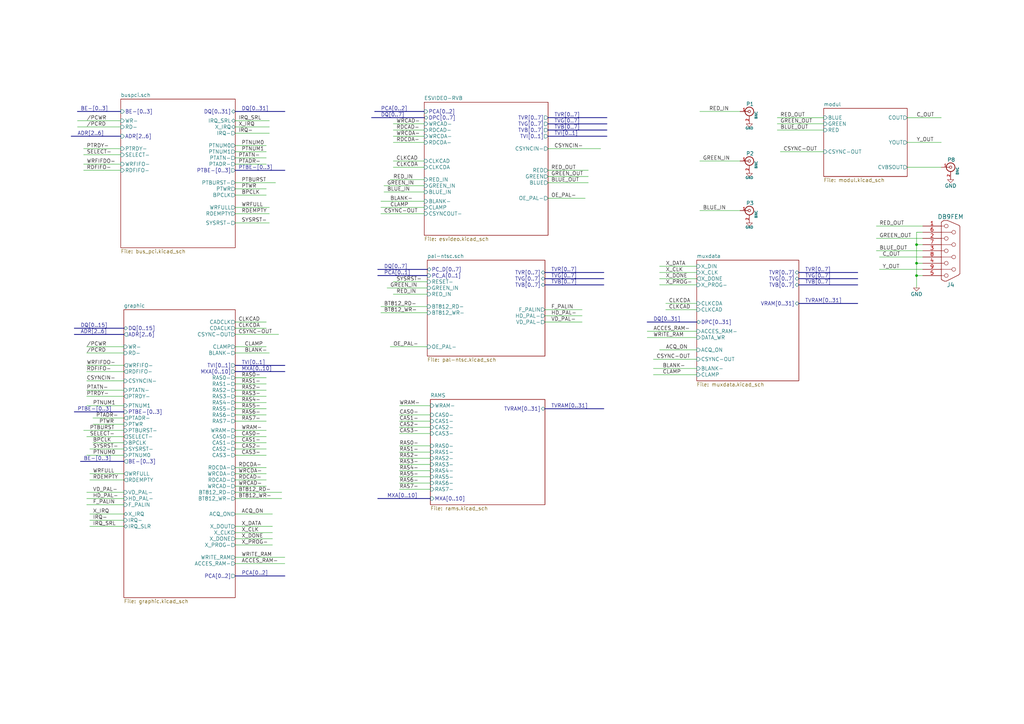
<source format=kicad_sch>
(kicad_sch (version 20210406) (generator eeschema)
  (paper "A3")
  (title_block (title "Video") (date "Sun 22 Mar 2015") (rev "2.0B") (company "Kicad EDA") (comment 1 "Main sheet"))
  (lib_symbols
    (symbol "video_schlib:BNC" (pin_names (offset 1.016) hide)
      (property "Reference" "P" (at 0.254 3.048 0))
      (property "Value" "BNC" (at 2.794 -1.524 90))
      (symbol "BNC_0_1"
        (circle (center 0 0) (radius 0.508) (stroke (width 0.2032)))
        (circle (center 0 0) (radius 1.778) (stroke (width 0.3048)))
      )
      (symbol "BNC_1_1"
        (pin passive line (at -3.81 0 0) (length 3.302) (name "In") (number "1"))
        (pin passive line (at 0 -5.08 90) (length 3.302) (name "Ext") (number "2"))
      )
    )
    (symbol "video_schlib:DB9" (pin_names (offset 1.016) hide)
      (property "Reference" "J" (at 0 13.97 0))
      (property "Value" "DB9" (at 0 -13.97 0))
      (symbol "DB9_0_1"
        (circle (center -1.778 -10.16) (radius 0.762))
        (circle (center -1.778 -5.08) (radius 0.762))
        (circle (center -1.778 0) (radius 0.762))
        (circle (center -1.778 5.08) (radius 0.762))
        (circle (center -1.778 10.16) (radius 0.762))
        (circle (center 1.27 -7.62) (radius 0.762))
        (circle (center 1.27 -2.54) (radius 0.762))
        (circle (center 1.27 2.54) (radius 0.762))
        (circle (center 1.27 7.62) (radius 0.762))
        (polyline (pts (xy -3.81 -11.684) (xy -3.81 11.684)) (stroke (width 0.2032)))
        (polyline (pts (xy -3.81 -11.6586) (xy -3.556 -11.938)) (stroke (width 0.2032)))
        (polyline (pts (xy -3.81 -10.16) (xy -2.54 -10.16)))
        (polyline (pts (xy -3.81 -7.62) (xy 0.508 -7.62)))
        (polyline (pts (xy -3.81 -5.08) (xy -2.54 -5.08)))
        (polyline (pts (xy -3.81 -2.54) (xy 0.508 -2.54)))
        (polyline (pts (xy -3.81 0) (xy -2.54 0)))
        (polyline (pts (xy -3.81 2.54) (xy 0.508 2.54)))
        (polyline (pts (xy -3.81 5.08) (xy -2.54 5.08)))
        (polyline (pts (xy -3.81 7.62) (xy 0.508 7.62)))
        (polyline (pts (xy -3.81 10.16) (xy -2.54 10.16)))
        (polyline (pts (xy -3.556 -11.938) (xy -2.794 -12.446)) (stroke (width 0.2032)))
        (polyline (pts (xy -3.556 11.938) (xy -3.81 11.684)) (stroke (width 0.2032)))
        (polyline (pts (xy -3.556 11.938) (xy -2.54 12.446)) (stroke (width 0.2032)))
        (polyline (pts (xy -2.794 -12.446) (xy -1.27 -12.446)) (stroke (width 0.2032)))
        (polyline (pts (xy -2.54 12.446) (xy -1.778 12.446)) (stroke (width 0.2032)))
        (polyline (pts (xy 3.2766 9.906) (xy -1.778 12.446)) (stroke (width 0.2032)))
        (polyline (pts (xy 3.2766 9.906) (xy 3.81 9.398)) (stroke (width 0.2032)))
        (polyline (pts (xy 3.556 -10.3886) (xy -1.27 -12.446)) (stroke (width 0.2032)))
        (polyline (pts (xy 3.81 -9.906) (xy 3.556 -10.3886)) (stroke (width 0.2032)))
        (polyline (pts (xy 3.81 9.398) (xy 3.81 -9.906)) (stroke (width 0.2032)))
      )
      (symbol "DB9_1_1"
        (pin passive line (at -11.43 -10.16 0) (length 7.62) (name "1") (number "1"))
        (pin passive line (at -11.43 -5.08 0) (length 7.62) (name "2") (number "2"))
        (pin passive line (at -11.43 0 0) (length 7.62) (name "3") (number "3"))
        (pin passive line (at -11.43 5.08 0) (length 7.62) (name "4") (number "4"))
        (pin passive line (at -11.43 10.16 0) (length 7.62) (name "5") (number "5"))
        (pin passive line (at -11.43 -7.62 0) (length 7.62) (name "P6") (number "6"))
        (pin passive line (at -11.43 -2.54 0) (length 7.62) (name "P7") (number "7"))
        (pin passive line (at -11.43 2.54 0) (length 7.62) (name "P8") (number "8"))
        (pin passive line (at -11.43 7.62 0) (length 7.62) (name "P9") (number "9"))
      )
    )
    (symbol "video_schlib:GND" (power) (pin_names (offset 0))
      (symbol "GND_0_1"
        (polyline (pts (xy -1.27 0) (xy 0 -1.27) (xy 1.27 0) (xy -1.27 0)))
      )
      (symbol "GND_1_1"
        (pin power_in line (at 0 0 90) (length 0) hide (name "GND") (number "1"))
      )
    )
  )
  (junction (at 375.92 100.33) (diameter 0.9144))
  (junction (at 375.92 107.95) (diameter 0.9144))
  (junction (at 375.92 113.03) (diameter 0.9144))
  (wire (pts (xy 31.75 49.53) (xy 49.53 49.53)))
  (wire (pts (xy 31.75 52.07) (xy 49.53 52.07)))
  (wire (pts (xy 34.29 60.96) (xy 49.53 60.96)))
  (wire (pts (xy 34.29 176.53) (xy 50.8 176.53)))
  (wire (pts (xy 35.56 142.24) (xy 50.8 142.24)))
  (wire (pts (xy 35.56 144.78) (xy 50.8 144.78)))
  (wire (pts (xy 35.56 156.21) (xy 50.8 156.21)))
  (wire (pts (xy 35.56 160.02) (xy 50.8 160.02)))
  (wire (pts (xy 35.56 162.56) (xy 50.8 162.56)))
  (wire (pts (xy 35.56 166.37) (xy 50.8 166.37)))
  (wire (pts (xy 35.56 186.69) (xy 50.8 186.69)))
  (wire (pts (xy 36.83 184.15) (xy 50.8 184.15)))
  (wire (pts (xy 36.83 194.31) (xy 50.8 194.31)))
  (wire (pts (xy 36.83 196.85) (xy 50.8 196.85)))
  (wire (pts (xy 36.83 210.82) (xy 50.8 210.82)))
  (wire (pts (xy 36.83 213.36) (xy 50.8 213.36)))
  (wire (pts (xy 36.83 215.9) (xy 50.8 215.9)))
  (wire (pts (xy 38.1 171.45) (xy 50.8 171.45)))
  (wire (pts (xy 38.1 173.99) (xy 50.8 173.99)))
  (wire (pts (xy 49.53 63.5) (xy 34.29 63.5)))
  (wire (pts (xy 49.53 67.31) (xy 34.29 67.31)))
  (wire (pts (xy 49.53 69.85) (xy 34.29 69.85)))
  (wire (pts (xy 50.8 149.86) (xy 35.56 149.86)))
  (wire (pts (xy 50.8 152.4) (xy 35.56 152.4)))
  (wire (pts (xy 50.8 179.07) (xy 35.56 179.07)))
  (wire (pts (xy 50.8 181.61) (xy 38.1 181.61)))
  (wire (pts (xy 50.8 201.93) (xy 35.56 201.93)))
  (wire (pts (xy 50.8 204.47) (xy 35.56 204.47)))
  (wire (pts (xy 50.8 207.01) (xy 35.56 207.01)))
  (wire (pts (xy 96.52 49.53) (xy 110.49 49.53)))
  (wire (pts (xy 96.52 52.07) (xy 110.49 52.07)))
  (wire (pts (xy 96.52 54.61) (xy 110.49 54.61)))
  (wire (pts (xy 96.52 59.69) (xy 109.22 59.69)))
  (wire (pts (xy 96.52 62.23) (xy 109.22 62.23)))
  (wire (pts (xy 96.52 64.77) (xy 109.22 64.77)))
  (wire (pts (xy 96.52 67.31) (xy 109.22 67.31)))
  (wire (pts (xy 96.52 74.93) (xy 113.03 74.93)))
  (wire (pts (xy 96.52 77.47) (xy 109.22 77.47)))
  (wire (pts (xy 96.52 80.01) (xy 109.22 80.01)))
  (wire (pts (xy 96.52 85.09) (xy 110.49 85.09)))
  (wire (pts (xy 96.52 87.63) (xy 110.49 87.63)))
  (wire (pts (xy 96.52 91.44) (xy 110.49 91.44)))
  (wire (pts (xy 96.52 132.08) (xy 109.22 132.08)))
  (wire (pts (xy 96.52 134.62) (xy 109.22 134.62)))
  (wire (pts (xy 96.52 137.16) (xy 114.3 137.16)))
  (wire (pts (xy 96.52 142.24) (xy 109.22 142.24)))
  (wire (pts (xy 96.52 144.78) (xy 110.49 144.78)))
  (wire (pts (xy 96.52 154.94) (xy 109.22 154.94)))
  (wire (pts (xy 96.52 157.48) (xy 109.22 157.48)))
  (wire (pts (xy 96.52 160.02) (xy 109.22 160.02)))
  (wire (pts (xy 96.52 162.56) (xy 109.22 162.56)))
  (wire (pts (xy 96.52 165.1) (xy 109.22 165.1)))
  (wire (pts (xy 96.52 167.64) (xy 109.22 167.64)))
  (wire (pts (xy 96.52 170.18) (xy 109.22 170.18)))
  (wire (pts (xy 96.52 172.72) (xy 109.22 172.72)))
  (wire (pts (xy 96.52 176.53) (xy 109.22 176.53)))
  (wire (pts (xy 96.52 179.07) (xy 109.22 179.07)))
  (wire (pts (xy 96.52 181.61) (xy 109.22 181.61)))
  (wire (pts (xy 96.52 184.15) (xy 109.22 184.15)))
  (wire (pts (xy 96.52 186.69) (xy 109.22 186.69)))
  (wire (pts (xy 96.52 191.77) (xy 109.22 191.77)))
  (wire (pts (xy 96.52 194.31) (xy 109.22 194.31)))
  (wire (pts (xy 96.52 196.85) (xy 109.22 196.85)))
  (wire (pts (xy 96.52 199.39) (xy 109.22 199.39)))
  (wire (pts (xy 96.52 201.93) (xy 115.57 201.93)))
  (wire (pts (xy 96.52 204.47) (xy 115.57 204.47)))
  (wire (pts (xy 96.52 210.82) (xy 111.76 210.82)))
  (wire (pts (xy 96.52 215.9) (xy 111.76 215.9)))
  (wire (pts (xy 96.52 218.44) (xy 111.76 218.44)))
  (wire (pts (xy 96.52 220.98) (xy 111.76 220.98)))
  (wire (pts (xy 96.52 223.52) (xy 111.76 223.52)))
  (wire (pts (xy 96.52 228.6) (xy 116.84 228.6)))
  (wire (pts (xy 96.52 231.14) (xy 116.84 231.14)))
  (wire (pts (xy 156.21 82.55) (xy 173.99 82.55)))
  (wire (pts (xy 156.21 85.09) (xy 173.99 85.09)))
  (wire (pts (xy 156.21 87.63) (xy 173.99 87.63)))
  (wire (pts (xy 156.21 125.73) (xy 175.26 125.73)))
  (wire (pts (xy 156.21 128.27) (xy 175.26 128.27)))
  (wire (pts (xy 160.02 73.66) (xy 173.99 73.66)))
  (wire (pts (xy 160.02 142.24) (xy 175.26 142.24)))
  (wire (pts (xy 161.29 50.8) (xy 173.99 50.8)))
  (wire (pts (xy 161.29 53.34) (xy 173.99 53.34)))
  (wire (pts (xy 161.29 55.88) (xy 173.99 55.88)))
  (wire (pts (xy 161.29 58.42) (xy 173.99 58.42)))
  (wire (pts (xy 161.29 66.04) (xy 173.99 66.04)))
  (wire (pts (xy 161.29 68.58) (xy 173.99 68.58)))
  (wire (pts (xy 161.29 115.57) (xy 175.26 115.57)))
  (wire (pts (xy 161.29 120.65) (xy 175.26 120.65)))
  (wire (pts (xy 163.83 166.37) (xy 176.53 166.37)))
  (wire (pts (xy 163.83 170.18) (xy 176.53 170.18)))
  (wire (pts (xy 163.83 172.72) (xy 176.53 172.72)))
  (wire (pts (xy 163.83 175.26) (xy 176.53 175.26)))
  (wire (pts (xy 163.83 177.8) (xy 176.53 177.8)))
  (wire (pts (xy 163.83 182.88) (xy 176.53 182.88)))
  (wire (pts (xy 163.83 185.42) (xy 176.53 185.42)))
  (wire (pts (xy 163.83 187.96) (xy 176.53 187.96)))
  (wire (pts (xy 163.83 190.5) (xy 176.53 190.5)))
  (wire (pts (xy 163.83 193.04) (xy 176.53 193.04)))
  (wire (pts (xy 163.83 195.58) (xy 176.53 195.58)))
  (wire (pts (xy 163.83 198.12) (xy 176.53 198.12)))
  (wire (pts (xy 163.83 200.66) (xy 176.53 200.66)))
  (wire (pts (xy 173.99 76.2) (xy 157.48 76.2)))
  (wire (pts (xy 173.99 78.74) (xy 157.48 78.74)))
  (wire (pts (xy 175.26 118.11) (xy 158.75 118.11)))
  (wire (pts (xy 224.79 60.96) (xy 246.38 60.96)))
  (wire (pts (xy 224.79 69.85) (xy 241.3 69.85)))
  (wire (pts (xy 224.79 72.39) (xy 241.3 72.39)))
  (wire (pts (xy 224.79 74.93) (xy 241.3 74.93)))
  (wire (pts (xy 224.79 81.28) (xy 240.03 81.28)))
  (wire (pts (xy 238.76 127) (xy 223.52 127)))
  (wire (pts (xy 238.76 129.54) (xy 223.52 129.54)))
  (wire (pts (xy 238.76 132.08) (xy 223.52 132.08)))
  (wire (pts (xy 265.43 135.89) (xy 285.75 135.89)))
  (wire (pts (xy 265.43 138.43) (xy 285.75 138.43)))
  (wire (pts (xy 267.97 147.32) (xy 285.75 147.32)))
  (wire (pts (xy 267.97 151.13) (xy 285.75 151.13)))
  (wire (pts (xy 267.97 153.67) (xy 285.75 153.67)))
  (wire (pts (xy 270.51 109.22) (xy 285.75 109.22)))
  (wire (pts (xy 270.51 111.76) (xy 285.75 111.76)))
  (wire (pts (xy 270.51 114.3) (xy 285.75 114.3)))
  (wire (pts (xy 270.51 116.84) (xy 285.75 116.84)))
  (wire (pts (xy 270.51 143.51) (xy 285.75 143.51)))
  (wire (pts (xy 273.05 124.46) (xy 285.75 124.46)))
  (wire (pts (xy 273.05 127) (xy 285.75 127)))
  (wire (pts (xy 287.02 45.72) (xy 303.53 45.72)))
  (wire (pts (xy 303.53 66.04) (xy 287.02 66.04)))
  (wire (pts (xy 303.53 86.36) (xy 287.02 86.36)))
  (wire (pts (xy 318.77 48.26) (xy 337.82 48.26)))
  (wire (pts (xy 318.77 50.8) (xy 337.82 50.8)))
  (wire (pts (xy 318.77 53.34) (xy 337.82 53.34)))
  (wire (pts (xy 320.04 62.23) (xy 337.82 62.23)))
  (wire (pts (xy 359.41 92.71) (xy 378.46 92.71)))
  (wire (pts (xy 359.41 97.79) (xy 378.46 97.79)))
  (wire (pts (xy 359.41 102.87) (xy 378.46 102.87)))
  (wire (pts (xy 360.68 105.41) (xy 378.46 105.41)))
  (wire (pts (xy 372.11 48.26) (xy 386.08 48.26)))
  (wire (pts (xy 372.11 68.58) (xy 386.08 68.58)))
  (wire (pts (xy 375.92 95.25) (xy 375.92 100.33)))
  (wire (pts (xy 375.92 100.33) (xy 375.92 107.95)))
  (wire (pts (xy 375.92 107.95) (xy 375.92 113.03)))
  (wire (pts (xy 375.92 107.95) (xy 378.46 107.95)))
  (wire (pts (xy 375.92 113.03) (xy 375.92 118.11)))
  (wire (pts (xy 375.92 113.03) (xy 378.46 113.03)))
  (wire (pts (xy 378.46 95.25) (xy 375.92 95.25)))
  (wire (pts (xy 378.46 100.33) (xy 375.92 100.33)))
  (wire (pts (xy 378.46 110.49) (xy 360.68 110.49)))
  (wire (pts (xy 386.08 58.42) (xy 372.11 58.42)))
  (bus (pts (xy 29.21 55.88) (xy 49.53 55.88)))
  (bus (pts (xy 30.48 134.62) (xy 50.8 134.62)))
  (bus (pts (xy 30.48 137.16) (xy 50.8 137.16)))
  (bus (pts (xy 30.48 168.91) (xy 50.8 168.91)))
  (bus (pts (xy 49.53 45.72) (xy 31.75 45.72)))
  (bus (pts (xy 50.8 189.23) (xy 33.02 189.23)))
  (bus (pts (xy 96.52 45.72) (xy 116.84 45.72)))
  (bus (pts (xy 96.52 69.85) (xy 116.84 69.85)))
  (bus (pts (xy 96.52 149.86) (xy 116.84 149.86)))
  (bus (pts (xy 96.52 152.4) (xy 116.84 152.4)))
  (bus (pts (xy 96.52 236.22) (xy 116.84 236.22)))
  (bus (pts (xy 153.67 45.72) (xy 173.99 45.72)))
  (bus (pts (xy 154.94 110.49) (xy 175.26 110.49)))
  (bus (pts (xy 154.94 113.03) (xy 175.26 113.03)))
  (bus (pts (xy 154.94 204.47) (xy 176.53 204.47)))
  (bus (pts (xy 173.99 48.26) (xy 152.4 48.26)))
  (bus (pts (xy 223.52 111.76) (xy 247.65 111.76)))
  (bus (pts (xy 223.52 114.3) (xy 247.65 114.3)))
  (bus (pts (xy 223.52 116.84) (xy 247.65 116.84)))
  (bus (pts (xy 223.52 167.64) (xy 247.65 167.64)))
  (bus (pts (xy 224.79 48.26) (xy 248.92 48.26)))
  (bus (pts (xy 224.79 50.8) (xy 248.92 50.8)))
  (bus (pts (xy 224.79 53.34) (xy 248.92 53.34)))
  (bus (pts (xy 224.79 55.88) (xy 248.92 55.88)))
  (bus (pts (xy 265.43 132.08) (xy 285.75 132.08)))
  (bus (pts (xy 327.66 111.76) (xy 351.79 111.76)))
  (bus (pts (xy 327.66 114.3) (xy 351.79 114.3)))
  (bus (pts (xy 327.66 116.84) (xy 351.79 116.84)))
  (bus (pts (xy 327.66 124.46) (xy 351.79 124.46)))
  (label "ADR[2..6]" (at 31.75 55.88 0) (effects (font (size 1.524 1.524))))
  (label "PTBE-[0..3]" (at 31.75 168.91 0) (effects (font (size 1.524 1.524))))
  (label "BE-[0..3]" (at 33.02 45.72 0) (effects (font (size 1.524 1.524))))
  (label "DQ[0..15]" (at 33.02 134.62 0) (effects (font (size 1.524 1.524))))
  (label "ADR[2..6]" (at 33.02 137.16 0) (effects (font (size 1.524 1.524))))
  (label "BE-[0..3]" (at 34.29 189.23 0) (effects (font (size 1.524 1.524))))
  (label "/PCWR" (at 35.56 49.53 0) (effects (font (size 1.524 1.524))))
  (label "/PCRD" (at 35.56 52.07 0) (effects (font (size 1.524 1.524))))
  (label "PTRDY-" (at 35.56 60.96 0) (effects (font (size 1.524 1.524))))
  (label "SELECT-" (at 35.56 63.5 0) (effects (font (size 1.524 1.524))))
  (label "WRFIFDO-" (at 35.56 67.31 0) (effects (font (size 1.524 1.524))))
  (label "RDFIFO-" (at 35.56 69.85 0) (effects (font (size 1.524 1.524))))
  (label "/PCWR" (at 35.56 142.24 0) (effects (font (size 1.524 1.524))))
  (label "/PCRD" (at 35.56 144.78 0) (effects (font (size 1.524 1.524))))
  (label "WRFIFDO-" (at 35.56 149.86 0) (effects (font (size 1.524 1.524))))
  (label "RDFIFO-" (at 35.56 152.4 0) (effects (font (size 1.524 1.524))))
  (label "CSYNCIN-" (at 35.56 156.21 0) (effects (font (size 1.524 1.524))))
  (label "PTATN-" (at 35.56 160.02 0) (effects (font (size 1.524 1.524))))
  (label "PTRDY-" (at 35.56 162.56 0) (effects (font (size 1.524 1.524))))
  (label "PTBURST" (at 36.83 176.53 0) (effects (font (size 1.524 1.524))))
  (label "SELECT-" (at 36.83 179.07 0) (effects (font (size 1.524 1.524))))
  (label "PTNUM1" (at 38.1 166.37 0) (effects (font (size 1.524 1.524))))
  (label "BPCLK" (at 38.1 181.61 0) (effects (font (size 1.524 1.524))))
  (label "SYSRST-" (at 38.1 184.15 0) (effects (font (size 1.524 1.524))))
  (label "PTNUM0" (at 38.1 186.69 0) (effects (font (size 1.524 1.524))))
  (label "WRFULL" (at 38.1 194.31 0) (effects (font (size 1.524 1.524))))
  (label "RDEMPTY" (at 38.1 196.85 0) (effects (font (size 1.524 1.524))))
  (label "VD_PAL-" (at 38.1 201.93 0) (effects (font (size 1.524 1.524))))
  (label "HD_PAL-" (at 38.1 204.47 0) (effects (font (size 1.524 1.524))))
  (label "F_PALIN" (at 38.1 207.01 0) (effects (font (size 1.524 1.524))))
  (label "X_IRQ" (at 38.1 210.82 0) (effects (font (size 1.524 1.524))))
  (label "IRQ-" (at 38.1 213.36 0) (effects (font (size 1.524 1.524))))
  (label "IRQ_SRL" (at 38.1 215.9 0) (effects (font (size 1.524 1.524))))
  (label "PTADR-" (at 39.37 171.45 0) (effects (font (size 1.524 1.524))))
  (label "PTWR" (at 40.64 173.99 0) (effects (font (size 1.524 1.524))))
  (label "IRQ_SRL" (at 97.79 49.53 0) (effects (font (size 1.524 1.524))))
  (label "X_IRQ" (at 97.79 52.07 0) (effects (font (size 1.524 1.524))))
  (label "IRQ-" (at 97.79 54.61 0) (effects (font (size 1.524 1.524))))
  (label "PTATN-" (at 97.79 64.77 0) (effects (font (size 1.524 1.524))))
  (label "PTADR-" (at 97.79 67.31 0) (effects (font (size 1.524 1.524))))
  (label "PTBE-[0..3]" (at 97.79 69.85 0) (effects (font (size 1.524 1.524))))
  (label "CLKCAD" (at 97.79 132.08 0) (effects (font (size 1.524 1.524))))
  (label "CLKCDA" (at 97.79 134.62 0) (effects (font (size 1.524 1.524))))
  (label "CSYNC-OUT" (at 97.79 137.16 0) (effects (font (size 1.524 1.524))))
  (label "RDCDA-" (at 97.79 191.77 0) (effects (font (size 1.524 1.524))))
  (label "WRCDA-" (at 97.79 194.31 0) (effects (font (size 1.524 1.524))))
  (label "RDCAD-" (at 97.79 196.85 0) (effects (font (size 1.524 1.524))))
  (label "WRCAD-" (at 97.79 199.39 0) (effects (font (size 1.524 1.524))))
  (label "BT812_RD-" (at 97.79 201.93 0) (effects (font (size 1.524 1.524))))
  (label "BT812_WR-" (at 97.79 204.47 0) (effects (font (size 1.524 1.524))))
  (label "DQ[0..31]" (at 99.06 45.72 0) (effects (font (size 1.524 1.524))))
  (label "PTNUM0" (at 99.06 59.69 0) (effects (font (size 1.524 1.524))))
  (label "PTNUM1" (at 99.06 62.23 0) (effects (font (size 1.524 1.524))))
  (label "PTBURST" (at 99.06 74.93 0) (effects (font (size 1.524 1.524))))
  (label "PTWR" (at 99.06 77.47 0) (effects (font (size 1.524 1.524))))
  (label "BPCLK" (at 99.06 80.01 0) (effects (font (size 1.524 1.524))))
  (label "WRFULL" (at 99.06 85.09 0) (effects (font (size 1.524 1.524))))
  (label "RDEMPTY" (at 99.06 87.63 0) (effects (font (size 1.524 1.524))))
  (label "SYSRST-" (at 99.06 91.44 0) (effects (font (size 1.524 1.524))))
  (label "TVI[0..1]" (at 99.06 149.86 0) (effects (font (size 1.524 1.524))))
  (label "MXA[0..10]" (at 99.06 152.4 0) (effects (font (size 1.524 1.524))))
  (label "RAS0-" (at 99.06 154.94 0) (effects (font (size 1.524 1.524))))
  (label "RAS1-" (at 99.06 157.48 0) (effects (font (size 1.524 1.524))))
  (label "RAS2-" (at 99.06 160.02 0) (effects (font (size 1.524 1.524))))
  (label "RAS3-" (at 99.06 162.56 0) (effects (font (size 1.524 1.524))))
  (label "RAS4-" (at 99.06 165.1 0) (effects (font (size 1.524 1.524))))
  (label "RAS5-" (at 99.06 167.64 0) (effects (font (size 1.524 1.524))))
  (label "RAS6-" (at 99.06 170.18 0) (effects (font (size 1.524 1.524))))
  (label "RAS7-" (at 99.06 172.72 0) (effects (font (size 1.524 1.524))))
  (label "WRAM-" (at 99.06 176.53 0) (effects (font (size 1.524 1.524))))
  (label "CAS0-" (at 99.06 179.07 0) (effects (font (size 1.524 1.524))))
  (label "CAS1-" (at 99.06 181.61 0) (effects (font (size 1.524 1.524))))
  (label "CAS2-" (at 99.06 184.15 0) (effects (font (size 1.524 1.524))))
  (label "CAS3-" (at 99.06 186.69 0) (effects (font (size 1.524 1.524))))
  (label "ACQ_ON" (at 99.06 210.82 0) (effects (font (size 1.524 1.524))))
  (label "X_DATA" (at 99.06 215.9 0) (effects (font (size 1.524 1.524))))
  (label "X_CLK" (at 99.06 218.44 0) (effects (font (size 1.524 1.524))))
  (label "X_DONE" (at 99.06 220.98 0) (effects (font (size 1.524 1.524))))
  (label "X_PROG-" (at 99.06 223.52 0) (effects (font (size 1.524 1.524))))
  (label "WRITE_RAM" (at 99.06 228.6 0) (effects (font (size 1.524 1.524))))
  (label "ACCES_RAM-" (at 99.06 231.14 0) (effects (font (size 1.524 1.524))))
  (label "PCA[0..2]" (at 99.06 236.22 0) (effects (font (size 1.524 1.524))))
  (label "CLAMP" (at 100.33 142.24 0) (effects (font (size 1.524 1.524))))
  (label "BLANK-" (at 100.33 144.78 0) (effects (font (size 1.524 1.524))))
  (label "PCA[0..2]" (at 156.21 45.72 0) (effects (font (size 1.524 1.524))))
  (label "DQ[0..7]" (at 156.21 48.26 0) (effects (font (size 1.524 1.524))))
  (label "CSYNC-OUT" (at 157.48 87.63 0) (effects (font (size 1.524 1.524))))
  (label "DQ[0..7]" (at 157.48 110.49 0) (effects (font (size 1.524 1.524))))
  (label "PCA[0..1]" (at 157.48 113.03 0) (effects (font (size 1.524 1.524))))
  (label "BT812_RD-" (at 157.48 125.73 0) (effects (font (size 1.524 1.524))))
  (label "BT812_WR-" (at 157.48 128.27 0) (effects (font (size 1.524 1.524))))
  (label "GREEN_IN" (at 158.75 76.2 0) (effects (font (size 1.524 1.524))))
  (label "BLUE_IN" (at 158.75 78.74 0) (effects (font (size 1.524 1.524))))
  (label "MXA[0..10]" (at 158.75 204.47 0) (effects (font (size 1.524 1.524))))
  (label "BLANK-" (at 160.02 82.55 0) (effects (font (size 1.524 1.524))))
  (label "CLAMP" (at 160.02 85.09 0) (effects (font (size 1.524 1.524))))
  (label "GREEN_IN" (at 160.02 118.11 0) (effects (font (size 1.524 1.524))))
  (label "RED_IN" (at 161.29 73.66 0) (effects (font (size 1.524 1.524))))
  (label "OE_PAL-" (at 161.29 142.24 0) (effects (font (size 1.524 1.524))))
  (label "WRCAD-" (at 162.56 50.8 0) (effects (font (size 1.524 1.524))))
  (label "RDCAD-" (at 162.56 53.34 0) (effects (font (size 1.524 1.524))))
  (label "WRCDA-" (at 162.56 55.88 0) (effects (font (size 1.524 1.524))))
  (label "RDCDA-" (at 162.56 58.42 0) (effects (font (size 1.524 1.524))))
  (label "CLKCAD" (at 162.56 66.04 0) (effects (font (size 1.524 1.524))))
  (label "CLKCDA" (at 162.56 68.58 0) (effects (font (size 1.524 1.524))))
  (label "SYSRST-" (at 162.56 115.57 0) (effects (font (size 1.524 1.524))))
  (label "RED_IN" (at 162.56 120.65 0) (effects (font (size 1.524 1.524))))
  (label "WRAM-" (at 163.83 166.37 0) (effects (font (size 1.524 1.524))))
  (label "CAS0-" (at 163.83 170.18 0) (effects (font (size 1.524 1.524))))
  (label "CAS1-" (at 163.83 172.72 0) (effects (font (size 1.524 1.524))))
  (label "CAS2-" (at 163.83 175.26 0) (effects (font (size 1.524 1.524))))
  (label "CAS3-" (at 163.83 177.8 0) (effects (font (size 1.524 1.524))))
  (label "RAS0-" (at 163.83 182.88 0) (effects (font (size 1.524 1.524))))
  (label "RAS1-" (at 163.83 185.42 0) (effects (font (size 1.524 1.524))))
  (label "RAS2-" (at 163.83 187.96 0) (effects (font (size 1.524 1.524))))
  (label "RAS3-" (at 163.83 190.5 0) (effects (font (size 1.524 1.524))))
  (label "RAS4-" (at 163.83 193.04 0) (effects (font (size 1.524 1.524))))
  (label "RAS5-" (at 163.83 195.58 0) (effects (font (size 1.524 1.524))))
  (label "RAS6-" (at 163.83 198.12 0) (effects (font (size 1.524 1.524))))
  (label "RAS7-" (at 163.83 200.66 0) (effects (font (size 1.524 1.524))))
  (label "RED_OUT" (at 226.06 69.85 0) (effects (font (size 1.524 1.524))))
  (label "GREEN_OUT" (at 226.06 72.39 0) (effects (font (size 1.524 1.524))))
  (label "BLUE_OUT" (at 226.06 74.93 0) (effects (font (size 1.524 1.524))))
  (label "OE_PAL-" (at 226.06 81.28 0) (effects (font (size 1.524 1.524))))
  (label "TVR[0..7]" (at 226.06 111.76 0) (effects (font (size 1.524 1.524))))
  (label "TVG[0..7]" (at 226.06 114.3 0) (effects (font (size 1.524 1.524))))
  (label "TVB[0..7]" (at 226.06 116.84 0) (effects (font (size 1.524 1.524))))
  (label "F_PALIN" (at 226.06 127 0) (effects (font (size 1.524 1.524))))
  (label "HD_PAL-" (at 226.06 129.54 0) (effects (font (size 1.524 1.524))))
  (label "VD_PAL-" (at 226.06 132.08 0) (effects (font (size 1.524 1.524))))
  (label "TVRAM[0..31]" (at 226.06 167.64 0) (effects (font (size 1.524 1.524))))
  (label "TVR[0..7]" (at 227.33 48.26 0) (effects (font (size 1.524 1.524))))
  (label "TVG[0..7]" (at 227.33 50.8 0) (effects (font (size 1.524 1.524))))
  (label "TVB[0..7]" (at 227.33 53.34 0) (effects (font (size 1.524 1.524))))
  (label "TVI[0..1]" (at 227.33 55.88 0) (effects (font (size 1.524 1.524))))
  (label "CSYNCIN-" (at 227.33 60.96 0) (effects (font (size 1.524 1.524))))
  (label "DQ[0..31]" (at 267.97 132.08 0) (effects (font (size 1.524 1.524))))
  (label "ACCES_RAM-" (at 267.97 135.89 0) (effects (font (size 1.524 1.524))))
  (label "WRITE_RAM" (at 267.97 138.43 0) (effects (font (size 1.524 1.524))))
  (label "CSYNC-OUT" (at 269.24 147.32 0) (effects (font (size 1.524 1.524))))
  (label "BLANK-" (at 271.78 151.13 0) (effects (font (size 1.524 1.524))))
  (label "CLAMP" (at 271.78 153.67 0) (effects (font (size 1.524 1.524))))
  (label "X_DATA" (at 273.05 109.22 0) (effects (font (size 1.524 1.524))))
  (label "X_CLK" (at 273.05 111.76 0) (effects (font (size 1.524 1.524))))
  (label "X_DONE" (at 273.05 114.3 0) (effects (font (size 1.524 1.524))))
  (label "X_PROG-" (at 273.05 116.84 0) (effects (font (size 1.524 1.524))))
  (label "ACQ_ON" (at 273.05 143.51 0) (effects (font (size 1.524 1.524))))
  (label "CLKCDA" (at 274.32 124.46 0) (effects (font (size 1.524 1.524))))
  (label "CLKCAD" (at 274.32 127 0) (effects (font (size 1.524 1.524))))
  (label "GREEN_IN" (at 288.29 66.04 0) (effects (font (size 1.524 1.524))))
  (label "BLUE_IN" (at 288.29 86.36 0) (effects (font (size 1.524 1.524))))
  (label "RED_IN" (at 290.83 45.72 0) (effects (font (size 1.524 1.524))))
  (label "RED_OUT" (at 320.04 48.26 0) (effects (font (size 1.524 1.524))))
  (label "GREEN_OUT" (at 320.04 50.8 0) (effects (font (size 1.524 1.524))))
  (label "BLUE_OUT" (at 320.04 53.34 0) (effects (font (size 1.524 1.524))))
  (label "CSYNC-OUT" (at 321.31 62.23 0) (effects (font (size 1.524 1.524))))
  (label "TVR[0..7]" (at 330.2 111.76 0) (effects (font (size 1.524 1.524))))
  (label "TVG[0..7]" (at 330.2 114.3 0) (effects (font (size 1.524 1.524))))
  (label "TVB[0..7]" (at 330.2 116.84 0) (effects (font (size 1.524 1.524))))
  (label "TVRAM[0..31]" (at 330.2 124.46 0) (effects (font (size 1.524 1.524))))
  (label "RED_OUT" (at 360.68 92.71 0) (effects (font (size 1.524 1.524))))
  (label "GREEN_OUT" (at 360.68 97.79 0) (effects (font (size 1.524 1.524))))
  (label "BLUE_OUT" (at 360.68 102.87 0) (effects (font (size 1.524 1.524))))
  (label "C_OUT" (at 361.95 105.41 0) (effects (font (size 1.524 1.524))))
  (label "Y_OUT" (at 361.95 110.49 0) (effects (font (size 1.524 1.524))))
  (label "C_OUT" (at 375.92 48.26 0) (effects (font (size 1.524 1.524))))
  (label "Y_OUT" (at 375.92 58.42 0) (effects (font (size 1.524 1.524))))
  (symbol (lib_id "video_schlib:GND") (at 307.34 50.8 0) (unit 1)
    (property "Reference" "#GND05" (effects hide))
    (property "Value" "GND" (at 307.34 52.578 0) (effects (font (size 1.016 1.016))))
  )
  (symbol (lib_id "video_schlib:GND") (at 307.34 71.12 0) (unit 1)
    (property "Reference" "#GND03" (effects hide))
    (property "Value" "GND" (at 307.34 72.898 0) (effects (font (size 1.016 1.016))))
  )
  (symbol (lib_id "video_schlib:GND") (at 307.34 91.44 0) (unit 1)
    (property "Reference" "#GND04" (effects hide))
    (property "Value" "GND" (at 307.34 93.218 0) (effects (font (size 1.016 1.016))))
  )
  (symbol (lib_id "video_schlib:GND") (at 375.92 118.11 0) (unit 1)
    (property "Reference" "#GND01" (effects hide))
    (property "Value" "GND" (at 375.92 120.65 0) (effects (font (size 1.524 1.524))))
  )
  (symbol (lib_id "video_schlib:GND") (at 389.89 73.66 0) (unit 1)
    (property "Reference" "#GND02" (effects hide))
    (property "Value" "GND" (at 389.89 76.2 0) (effects (font (size 1.524 1.524))))
  )
  (symbol (lib_id "video_schlib:BNC") (at 307.34 45.72 0) (unit 1)
    (property "Reference" "P1" (at 307.594 42.672 0) (effects (font (size 1.524 1.524))))
    (property "Value" "BNC" (at 310.134 47.244 90) (effects (font (size 1.016 1.016))))
    (property "Footprint" "Discret:SUBCLICK" (effects hide))
  )
  (symbol (lib_id "video_schlib:BNC") (at 307.34 66.04 0) (unit 1)
    (property "Reference" "P2" (at 307.594 62.992 0) (effects (font (size 1.524 1.524))))
    (property "Value" "BNC" (at 310.134 67.564 90) (effects (font (size 1.016 1.016))))
    (property "Footprint" "Discret:SUBCLICK" (effects hide))
  )
  (symbol (lib_id "video_schlib:BNC") (at 307.34 86.36 0) (unit 1)
    (property "Reference" "P3" (at 307.594 83.312 0) (effects (font (size 1.524 1.524))))
    (property "Value" "BNC" (at 310.134 87.884 90) (effects (font (size 1.016 1.016))))
    (property "Footprint" "Discret:SUBCLICK" (effects hide))
  )
  (symbol (lib_id "video_schlib:BNC") (at 389.89 68.58 0) (unit 1)
    (property "Reference" "P8" (at 390.144 65.532 0) (effects (font (size 1.524 1.524))))
    (property "Value" "BNC" (at 392.684 70.104 90) (effects (font (size 1.016 1.016))))
    (property "Footprint" "Discret:SUBCLICK" (effects hide))
  )
  (symbol (lib_id "video_schlib:DB9") (at 389.89 102.87 0) (mirror x) (unit 1)
    (property "Reference" "J4" (at 389.89 116.84 0) (effects (font (size 1.778 1.778))))
    (property "Value" "DB9FEM" (at 389.89 88.9 0) (effects (font (size 1.778 1.778))))
    (property "Footprint" "Connector_Dsub:DSUB-9_Female_Horizontal_P2.77x2.84mm_EdgePinOffset14.56mm_Housed_MountingHolesOffset15.98mm" (effects hide))
  )
  (sheet (at 173.99 41.91) (size 50.8 54.61)
    (property "Nom feuille" "ESVIDEO-RVB" (at 173.99 41.1475 0) (effects (font (size 1.524 1.524)) (justify left bottom)))
    (property "Fichier de feuille" "esvideo.kicad_sch" (at 173.99 97.1301 0) (effects (font (size 1.524 1.524)) (justify left top)))
    (pin "DPC[0..7]" bidirectional (at 173.99 48.26 180) (effects (font (size 1.524 1.524))))
    (pin "TVR[0..7]" output (at 224.79 48.26 0) (effects (font (size 1.524 1.524))))
    (pin "BLANK-" input (at 173.99 82.55 180) (effects (font (size 1.524 1.524))))
    (pin "TVG[0..7]" output (at 224.79 50.8 0) (effects (font (size 1.524 1.524))))
    (pin "TVB[0..7]" output (at 224.79 53.34 0) (effects (font (size 1.524 1.524))))
    (pin "WRCAD-" input (at 173.99 50.8 180) (effects (font (size 1.524 1.524))))
    (pin "RDCAD-" input (at 173.99 53.34 180) (effects (font (size 1.524 1.524))))
    (pin "WRCDA-" input (at 173.99 55.88 180) (effects (font (size 1.524 1.524))))
    (pin "RDCDA-" input (at 173.99 58.42 180) (effects (font (size 1.524 1.524))))
    (pin "CSYNCIN-" output (at 224.79 60.96 0) (effects (font (size 1.524 1.524))))
    (pin "CSYNCOUT-" input (at 173.99 87.63 180) (effects (font (size 1.524 1.524))))
    (pin "CLKCAD" input (at 173.99 66.04 180) (effects (font (size 1.524 1.524))))
    (pin "CLKCDA" input (at 173.99 68.58 180) (effects (font (size 1.524 1.524))))
    (pin "TVI[0..1]" output (at 224.79 55.88 0) (effects (font (size 1.524 1.524))))
    (pin "CLAMP" input (at 173.99 85.09 180) (effects (font (size 1.524 1.524))))
    (pin "BLUE_IN" input (at 173.99 78.74 180) (effects (font (size 1.524 1.524))))
    (pin "GREEN_IN" input (at 173.99 76.2 180) (effects (font (size 1.524 1.524))))
    (pin "RED_IN" input (at 173.99 73.66 180) (effects (font (size 1.524 1.524))))
    (pin "RED" output (at 224.79 69.85 0) (effects (font (size 1.524 1.524))))
    (pin "GREEN" output (at 224.79 72.39 0) (effects (font (size 1.524 1.524))))
    (pin "BLUE" output (at 224.79 74.93 0) (effects (font (size 1.524 1.524))))
    (pin "PCA[0..2]" input (at 173.99 45.72 180) (effects (font (size 1.524 1.524))))
    (pin "OE_PAL-" output (at 224.79 81.28 0) (effects (font (size 1.524 1.524))))
  )
  (sheet (at 176.53 163.83) (size 46.99 43.18)
    (property "Nom feuille" "RAMS" (at 176.53 163.0675 0) (effects (font (size 1.524 1.524)) (justify left bottom)))
    (property "Fichier de feuille" "rams.kicad_sch" (at 176.53 207.6201 0) (effects (font (size 1.524 1.524)) (justify left top)))
    (pin "TVRAM[0..31]" tri_state (at 223.52 167.64 0) (effects (font (size 1.524 1.524))))
    (pin "WRAM-" input (at 176.53 166.37 180) (effects (font (size 1.524 1.524))))
    (pin "CAS3-" input (at 176.53 177.8 180) (effects (font (size 1.524 1.524))))
    (pin "RAS7-" input (at 176.53 200.66 180) (effects (font (size 1.524 1.524))))
    (pin "RAS6-" input (at 176.53 198.12 180) (effects (font (size 1.524 1.524))))
    (pin "RAS5-" input (at 176.53 195.58 180) (effects (font (size 1.524 1.524))))
    (pin "RAS4-" input (at 176.53 193.04 180) (effects (font (size 1.524 1.524))))
    (pin "RAS3-" input (at 176.53 190.5 180) (effects (font (size 1.524 1.524))))
    (pin "RAS2-" input (at 176.53 187.96 180) (effects (font (size 1.524 1.524))))
    (pin "RAS1-" input (at 176.53 185.42 180) (effects (font (size 1.524 1.524))))
    (pin "RAS0-" input (at 176.53 182.88 180) (effects (font (size 1.524 1.524))))
    (pin "CAS2-" input (at 176.53 175.26 180) (effects (font (size 1.524 1.524))))
    (pin "CAS1-" input (at 176.53 172.72 180) (effects (font (size 1.524 1.524))))
    (pin "CAS0-" input (at 176.53 170.18 180) (effects (font (size 1.524 1.524))))
    (pin "MXA[0..10]" input (at 176.53 204.47 180) (effects (font (size 1.524 1.524))))
  )
  (sheet (at 49.53 40.64) (size 46.99 60.96)
    (property "Nom feuille" "buspci.sch" (at 49.53 39.8775 0) (effects (font (size 1.524 1.524)) (justify left bottom)))
    (property "Fichier de feuille" "bus_pci.kicad_sch" (at 49.53 102.2101 0) (effects (font (size 1.524 1.524)) (justify left top)))
    (pin "WR-" input (at 49.53 49.53 180) (effects (font (size 1.524 1.524))))
    (pin "RD-" input (at 49.53 52.07 180) (effects (font (size 1.524 1.524))))
    (pin "DQ[0..31]" bidirectional (at 96.52 45.72 0) (effects (font (size 1.524 1.524))))
    (pin "ADR[2..6]" input (at 49.53 55.88 180) (effects (font (size 1.524 1.524))))
    (pin "BE-[0..3]" input (at 49.53 45.72 180) (effects (font (size 1.524 1.524))))
    (pin "IRQ_SRL" bidirectional (at 96.52 49.53 0) (effects (font (size 1.524 1.524))))
    (pin "X_IRQ" bidirectional (at 96.52 52.07 0) (effects (font (size 1.524 1.524))))
    (pin "PTNUM0" output (at 96.52 59.69 0) (effects (font (size 1.524 1.524))))
    (pin "PTNUM1" output (at 96.52 62.23 0) (effects (font (size 1.524 1.524))))
    (pin "PTATN-" output (at 96.52 64.77 0) (effects (font (size 1.524 1.524))))
    (pin "PTRDY-" input (at 49.53 60.96 180) (effects (font (size 1.524 1.524))))
    (pin "PTBE-[0..3]" output (at 96.52 69.85 0) (effects (font (size 1.524 1.524))))
    (pin "PTWR" output (at 96.52 77.47 0) (effects (font (size 1.524 1.524))))
    (pin "PTBURST-" output (at 96.52 74.93 0) (effects (font (size 1.524 1.524))))
    (pin "SELECT-" input (at 49.53 63.5 180) (effects (font (size 1.524 1.524))))
    (pin "BPCLK" output (at 96.52 80.01 0) (effects (font (size 1.524 1.524))))
    (pin "SYSRST-" output (at 96.52 91.44 0) (effects (font (size 1.524 1.524))))
    (pin "WRFULL" output (at 96.52 85.09 0) (effects (font (size 1.524 1.524))))
    (pin "RDEMPTY" output (at 96.52 87.63 0) (effects (font (size 1.524 1.524))))
    (pin "WRFIFO-" input (at 49.53 67.31 180) (effects (font (size 1.524 1.524))))
    (pin "RDFIFO-" input (at 49.53 69.85 180) (effects (font (size 1.524 1.524))))
    (pin "IRQ-" output (at 96.52 54.61 0) (effects (font (size 1.524 1.524))))
    (pin "PTADR-" output (at 96.52 67.31 0) (effects (font (size 1.524 1.524))))
  )
  (sheet (at 50.8 127) (size 45.72 118.11)
    (property "Nom feuille" "graphic" (at 50.8 126.2375 0) (effects (font (size 1.524 1.524)) (justify left bottom)))
    (property "Fichier de feuille" "graphic.kicad_sch" (at 50.8 245.7201 0) (effects (font (size 1.524 1.524)) (justify left top)))
    (pin "CSYNC-OUT" output (at 96.52 137.16 0) (effects (font (size 1.524 1.524))))
    (pin "DQ[0..15]" bidirectional (at 50.8 134.62 180) (effects (font (size 1.524 1.524))))
    (pin "ADR[2..6]" output (at 50.8 137.16 180) (effects (font (size 1.524 1.524))))
    (pin "CADCLK" output (at 96.52 132.08 0) (effects (font (size 1.524 1.524))))
    (pin "CDACLK" output (at 96.52 134.62 0) (effects (font (size 1.524 1.524))))
    (pin "CLAMP" output (at 96.52 142.24 0) (effects (font (size 1.524 1.524))))
    (pin "CSYNCIN-" input (at 50.8 156.21 180) (effects (font (size 1.524 1.524))))
    (pin "MXA[0..10]" output (at 96.52 152.4 0) (effects (font (size 1.524 1.524))))
    (pin "RAS7-" output (at 96.52 172.72 0) (effects (font (size 1.524 1.524))))
    (pin "RAS6-" output (at 96.52 170.18 0) (effects (font (size 1.524 1.524))))
    (pin "RAS5-" output (at 96.52 167.64 0) (effects (font (size 1.524 1.524))))
    (pin "RAS4-" output (at 96.52 165.1 0) (effects (font (size 1.524 1.524))))
    (pin "RAS3-" output (at 96.52 162.56 0) (effects (font (size 1.524 1.524))))
    (pin "RAS2-" output (at 96.52 160.02 0) (effects (font (size 1.524 1.524))))
    (pin "RAS1-" output (at 96.52 157.48 0) (effects (font (size 1.524 1.524))))
    (pin "RAS0-" output (at 96.52 154.94 0) (effects (font (size 1.524 1.524))))
    (pin "CAS2-" output (at 96.52 184.15 0) (effects (font (size 1.524 1.524))))
    (pin "CAS1-" output (at 96.52 181.61 0) (effects (font (size 1.524 1.524))))
    (pin "CAS0-" output (at 96.52 179.07 0) (effects (font (size 1.524 1.524))))
    (pin "RD-" input (at 50.8 144.78 180) (effects (font (size 1.524 1.524))))
    (pin "WR-" input (at 50.8 142.24 180) (effects (font (size 1.524 1.524))))
    (pin "CAS3-" output (at 96.52 186.69 0) (effects (font (size 1.524 1.524))))
    (pin "RDCDA-" output (at 96.52 191.77 0) (effects (font (size 1.524 1.524))))
    (pin "WRCDA-" output (at 96.52 194.31 0) (effects (font (size 1.524 1.524))))
    (pin "RDCAD-" output (at 96.52 196.85 0) (effects (font (size 1.524 1.524))))
    (pin "WRCAD-" output (at 96.52 199.39 0) (effects (font (size 1.524 1.524))))
    (pin "WRAM-" output (at 96.52 176.53 0) (effects (font (size 1.524 1.524))))
    (pin "BLANK-" output (at 96.52 144.78 0) (effects (font (size 1.524 1.524))))
    (pin "PTATN-" input (at 50.8 160.02 180) (effects (font (size 1.524 1.524))))
    (pin "PTRDY-" output (at 50.8 162.56 180) (effects (font (size 1.524 1.524))))
    (pin "PTNUM1" input (at 50.8 166.37 180) (effects (font (size 1.524 1.524))))
    (pin "PTBE-[0..3]" input (at 50.8 168.91 180) (effects (font (size 1.524 1.524))))
    (pin "PTADR-" output (at 50.8 171.45 180) (effects (font (size 1.524 1.524))))
    (pin "PTWR" input (at 50.8 173.99 180) (effects (font (size 1.524 1.524))))
    (pin "PTBURST-" input (at 50.8 176.53 180) (effects (font (size 1.524 1.524))))
    (pin "SELECT-" output (at 50.8 179.07 180) (effects (font (size 1.524 1.524))))
    (pin "BPCLK" input (at 50.8 181.61 180) (effects (font (size 1.524 1.524))))
    (pin "SYSRST-" input (at 50.8 184.15 180) (effects (font (size 1.524 1.524))))
    (pin "PTNUM0" input (at 50.8 186.69 180) (effects (font (size 1.524 1.524))))
    (pin "BE-[0..3]" output (at 50.8 189.23 180) (effects (font (size 1.524 1.524))))
    (pin "WRFULL" output (at 50.8 194.31 180) (effects (font (size 1.524 1.524))))
    (pin "RDEMPTY" output (at 50.8 196.85 180) (effects (font (size 1.524 1.524))))
    (pin "RDFIFO-" output (at 50.8 152.4 180) (effects (font (size 1.524 1.524))))
    (pin "WRFIFO-" output (at 50.8 149.86 180) (effects (font (size 1.524 1.524))))
    (pin "BT812_WR-" output (at 96.52 204.47 0) (effects (font (size 1.524 1.524))))
    (pin "BT812_RD-" output (at 96.52 201.93 0) (effects (font (size 1.524 1.524))))
    (pin "VD_PAL-" input (at 50.8 201.93 180) (effects (font (size 1.524 1.524))))
    (pin "HD_PAL-" input (at 50.8 204.47 180) (effects (font (size 1.524 1.524))))
    (pin "F_PALIN" input (at 50.8 207.01 180) (effects (font (size 1.524 1.524))))
    (pin "X_DOUT" output (at 96.52 215.9 0) (effects (font (size 1.524 1.524))))
    (pin "X_CLK" output (at 96.52 218.44 0) (effects (font (size 1.524 1.524))))
    (pin "X_DONE" output (at 96.52 220.98 0) (effects (font (size 1.524 1.524))))
    (pin "X_PROG-" output (at 96.52 223.52 0) (effects (font (size 1.524 1.524))))
    (pin "WRITE_RAM" output (at 96.52 228.6 0) (effects (font (size 1.524 1.524))))
    (pin "ACCES_RAM-" output (at 96.52 231.14 0) (effects (font (size 1.524 1.524))))
    (pin "TVI[0..1]" output (at 96.52 149.86 0) (effects (font (size 1.524 1.524))))
    (pin "PCA[0..2]" output (at 96.52 236.22 0) (effects (font (size 1.524 1.524))))
    (pin "X_IRQ" bidirectional (at 50.8 210.82 180) (effects (font (size 1.524 1.524))))
    (pin "IRQ-" input (at 50.8 213.36 180) (effects (font (size 1.524 1.524))))
    (pin "IRQ_SLR" bidirectional (at 50.8 215.9 180) (effects (font (size 1.524 1.524))))
    (pin "ACQ_ON" output (at 96.52 210.82 0) (effects (font (size 1.524 1.524))))
  )
  (sheet (at 337.82 44.45) (size 34.29 27.94)
    (property "Nom feuille" "modul" (at 337.82 43.6875 0) (effects (font (size 1.524 1.524)) (justify left bottom)))
    (property "Fichier de feuille" "modul.kicad_sch" (at 337.82 73.0001 0) (effects (font (size 1.524 1.524)) (justify left top)))
    (pin "BLUE" input (at 337.82 48.26 180) (effects (font (size 1.524 1.524))))
    (pin "GREEN" input (at 337.82 50.8 180) (effects (font (size 1.524 1.524))))
    (pin "RED" input (at 337.82 53.34 180) (effects (font (size 1.524 1.524))))
    (pin "CVBSOUT" output (at 372.11 68.58 0) (effects (font (size 1.524 1.524))))
    (pin "YOUT" output (at 372.11 58.42 0) (effects (font (size 1.524 1.524))))
    (pin "COUT" output (at 372.11 48.26 0) (effects (font (size 1.524 1.524))))
    (pin "CSYNC-OUT" input (at 337.82 62.23 180) (effects (font (size 1.524 1.524))))
  )
  (sheet (at 285.75 106.68) (size 41.91 49.53)
    (property "Nom feuille" "muxdata" (at 285.75 105.9175 0) (effects (font (size 1.524 1.524)) (justify left bottom)))
    (property "Fichier de feuille" "muxdata.kicad_sch" (at 285.75 156.8201 0) (effects (font (size 1.524 1.524)) (justify left top)))
    (pin "X_DIN" input (at 285.75 109.22 180) (effects (font (size 1.524 1.524))))
    (pin "X_CLK" input (at 285.75 111.76 180) (effects (font (size 1.524 1.524))))
    (pin "CLKCDA" input (at 285.75 124.46 180) (effects (font (size 1.524 1.524))))
    (pin "CLKCAD" input (at 285.75 127 180) (effects (font (size 1.524 1.524))))
    (pin "X_DONE" output (at 285.75 114.3 180) (effects (font (size 1.524 1.524))))
    (pin "X_PROG-" input (at 285.75 116.84 180) (effects (font (size 1.524 1.524))))
    (pin "TVB[0..7]" bidirectional (at 327.66 116.84 0) (effects (font (size 1.524 1.524))))
    (pin "TVG[0..7]" bidirectional (at 327.66 114.3 0) (effects (font (size 1.524 1.524))))
    (pin "TVR[0..7]" bidirectional (at 327.66 111.76 0) (effects (font (size 1.524 1.524))))
    (pin "VRAM[0..31]" bidirectional (at 327.66 124.46 0) (effects (font (size 1.524 1.524))))
    (pin "DPC[0..31]" bidirectional (at 285.75 132.08 180) (effects (font (size 1.524 1.524))))
    (pin "ACCES_RAM-" input (at 285.75 135.89 180) (effects (font (size 1.524 1.524))))
    (pin "DATA_WR" input (at 285.75 138.43 180) (effects (font (size 1.524 1.524))))
    (pin "ACQ_ON" input (at 285.75 143.51 180) (effects (font (size 1.524 1.524))))
    (pin "CSYNC-OUT" input (at 285.75 147.32 180) (effects (font (size 1.524 1.524))))
    (pin "BLANK-" input (at 285.75 151.13 180) (effects (font (size 1.524 1.524))))
    (pin "CLAMP" input (at 285.75 153.67 180) (effects (font (size 1.524 1.524))))
  )
  (sheet (at 175.26 106.68) (size 48.26 39.37)
    (property "Nom feuille" "pal-ntsc.sch" (at 175.26 105.9175 0) (effects (font (size 1.524 1.524)) (justify left bottom)))
    (property "Fichier de feuille" "pal-ntsc.kicad_sch" (at 175.26 146.6601 0) (effects (font (size 1.524 1.524)) (justify left top)))
    (pin "F_PALIN" output (at 223.52 127 0) (effects (font (size 1.524 1.524))))
    (pin "TVR[0..7]" bidirectional (at 223.52 111.76 0) (effects (font (size 1.524 1.524))))
    (pin "PC_D[0..7]" bidirectional (at 175.26 110.49 180) (effects (font (size 1.524 1.524))))
    (pin "PC_A[0..1]" input (at 175.26 113.03 180) (effects (font (size 1.524 1.524))))
    (pin "RESET-" input (at 175.26 115.57 180) (effects (font (size 1.524 1.524))))
    (pin "GREEN_IN" input (at 175.26 118.11 180) (effects (font (size 1.524 1.524))))
    (pin "RED_IN" input (at 175.26 120.65 180) (effects (font (size 1.524 1.524))))
    (pin "OE_PAL-" input (at 175.26 142.24 180) (effects (font (size 1.524 1.524))))
    (pin "HD_PAL-" output (at 223.52 129.54 0) (effects (font (size 1.524 1.524))))
    (pin "VD_PAL-" output (at 223.52 132.08 0) (effects (font (size 1.524 1.524))))
    (pin "TVB[0..7]" bidirectional (at 223.52 116.84 0) (effects (font (size 1.524 1.524))))
    (pin "TVG[0..7]" bidirectional (at 223.52 114.3 0) (effects (font (size 1.524 1.524))))
    (pin "BT812_WR-" input (at 175.26 128.27 180) (effects (font (size 1.524 1.524))))
    (pin "BT812_RD-" input (at 175.26 125.73 180) (effects (font (size 1.524 1.524))))
  )
)
</source>
